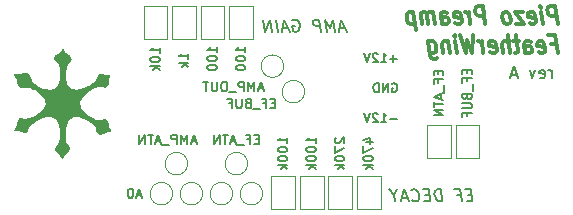
<source format=gbr>
%TF.GenerationSoftware,KiCad,Pcbnew,8.0.5*%
%TF.CreationDate,2024-09-24T12:34:27-04:00*%
%TF.ProjectId,afe-featherwing,6166652d-6665-4617-9468-657277696e67,rev?*%
%TF.SameCoordinates,Original*%
%TF.FileFunction,Legend,Bot*%
%TF.FilePolarity,Positive*%
%FSLAX46Y46*%
G04 Gerber Fmt 4.6, Leading zero omitted, Abs format (unit mm)*
G04 Created by KiCad (PCBNEW 8.0.5) date 2024-09-24 12:34:27*
%MOMM*%
%LPD*%
G01*
G04 APERTURE LIST*
%ADD10C,0.152400*%
%ADD11C,0.304800*%
%ADD12C,0.150000*%
%ADD13C,0.120000*%
%ADD14C,0.000000*%
G04 APERTURE END LIST*
D10*
X168111308Y-91007003D02*
X168182737Y-90971289D01*
X168182737Y-90971289D02*
X168289879Y-90971289D01*
X168289879Y-90971289D02*
X168397022Y-91007003D01*
X168397022Y-91007003D02*
X168468451Y-91078432D01*
X168468451Y-91078432D02*
X168504165Y-91149860D01*
X168504165Y-91149860D02*
X168539879Y-91292717D01*
X168539879Y-91292717D02*
X168539879Y-91399860D01*
X168539879Y-91399860D02*
X168504165Y-91542717D01*
X168504165Y-91542717D02*
X168468451Y-91614146D01*
X168468451Y-91614146D02*
X168397022Y-91685575D01*
X168397022Y-91685575D02*
X168289879Y-91721289D01*
X168289879Y-91721289D02*
X168218451Y-91721289D01*
X168218451Y-91721289D02*
X168111308Y-91685575D01*
X168111308Y-91685575D02*
X168075594Y-91649860D01*
X168075594Y-91649860D02*
X168075594Y-91399860D01*
X168075594Y-91399860D02*
X168218451Y-91399860D01*
X167754165Y-91721289D02*
X167754165Y-90971289D01*
X167754165Y-90971289D02*
X167325594Y-91721289D01*
X167325594Y-91721289D02*
X167325594Y-90971289D01*
X166968451Y-91721289D02*
X166968451Y-90971289D01*
X166968451Y-90971289D02*
X166789880Y-90971289D01*
X166789880Y-90971289D02*
X166682737Y-91007003D01*
X166682737Y-91007003D02*
X166611308Y-91078432D01*
X166611308Y-91078432D02*
X166575594Y-91149860D01*
X166575594Y-91149860D02*
X166539880Y-91292717D01*
X166539880Y-91292717D02*
X166539880Y-91399860D01*
X166539880Y-91399860D02*
X166575594Y-91542717D01*
X166575594Y-91542717D02*
X166611308Y-91614146D01*
X166611308Y-91614146D02*
X166682737Y-91685575D01*
X166682737Y-91685575D02*
X166789880Y-91721289D01*
X166789880Y-91721289D02*
X166968451Y-91721289D01*
X168504165Y-93975575D02*
X167932737Y-93975575D01*
X167182737Y-94261289D02*
X167611308Y-94261289D01*
X167397023Y-94261289D02*
X167397023Y-93511289D01*
X167397023Y-93511289D02*
X167468451Y-93618432D01*
X167468451Y-93618432D02*
X167539880Y-93689860D01*
X167539880Y-93689860D02*
X167611308Y-93725575D01*
X166897022Y-93582717D02*
X166861308Y-93547003D01*
X166861308Y-93547003D02*
X166789880Y-93511289D01*
X166789880Y-93511289D02*
X166611308Y-93511289D01*
X166611308Y-93511289D02*
X166539880Y-93547003D01*
X166539880Y-93547003D02*
X166504165Y-93582717D01*
X166504165Y-93582717D02*
X166468451Y-93654146D01*
X166468451Y-93654146D02*
X166468451Y-93725575D01*
X166468451Y-93725575D02*
X166504165Y-93832717D01*
X166504165Y-93832717D02*
X166932737Y-94261289D01*
X166932737Y-94261289D02*
X166468451Y-94261289D01*
X166254165Y-93511289D02*
X166004165Y-94261289D01*
X166004165Y-94261289D02*
X165754165Y-93511289D01*
X168504165Y-88895575D02*
X167932737Y-88895575D01*
X168218451Y-89181289D02*
X168218451Y-88609860D01*
X167182737Y-89181289D02*
X167611308Y-89181289D01*
X167397023Y-89181289D02*
X167397023Y-88431289D01*
X167397023Y-88431289D02*
X167468451Y-88538432D01*
X167468451Y-88538432D02*
X167539880Y-88609860D01*
X167539880Y-88609860D02*
X167611308Y-88645575D01*
X166897022Y-88502717D02*
X166861308Y-88467003D01*
X166861308Y-88467003D02*
X166789880Y-88431289D01*
X166789880Y-88431289D02*
X166611308Y-88431289D01*
X166611308Y-88431289D02*
X166539880Y-88467003D01*
X166539880Y-88467003D02*
X166504165Y-88502717D01*
X166504165Y-88502717D02*
X166468451Y-88574146D01*
X166468451Y-88574146D02*
X166468451Y-88645575D01*
X166468451Y-88645575D02*
X166504165Y-88752717D01*
X166504165Y-88752717D02*
X166932737Y-89181289D01*
X166932737Y-89181289D02*
X166468451Y-89181289D01*
X166254165Y-88431289D02*
X166004165Y-89181289D01*
X166004165Y-89181289D02*
X165754165Y-88431289D01*
X174857356Y-100427545D02*
X174518689Y-100427545D01*
X174440070Y-100959735D02*
X174923879Y-100959735D01*
X174923879Y-100959735D02*
X174796879Y-99943735D01*
X174796879Y-99943735D02*
X174313070Y-99943735D01*
X173599451Y-100427545D02*
X173938118Y-100427545D01*
X174004641Y-100959735D02*
X173877641Y-99943735D01*
X173877641Y-99943735D02*
X173393832Y-99943735D01*
X172359689Y-100959735D02*
X172232689Y-99943735D01*
X172232689Y-99943735D02*
X171990785Y-99943735D01*
X171990785Y-99943735D02*
X171851689Y-99992116D01*
X171851689Y-99992116D02*
X171767023Y-100088878D01*
X171767023Y-100088878D02*
X171730737Y-100185640D01*
X171730737Y-100185640D02*
X171706547Y-100379164D01*
X171706547Y-100379164D02*
X171724689Y-100524307D01*
X171724689Y-100524307D02*
X171797261Y-100717831D01*
X171797261Y-100717831D02*
X171857737Y-100814593D01*
X171857737Y-100814593D02*
X171966594Y-100911355D01*
X171966594Y-100911355D02*
X172117785Y-100959735D01*
X172117785Y-100959735D02*
X172359689Y-100959735D01*
X171277166Y-100427545D02*
X170938499Y-100427545D01*
X170859880Y-100959735D02*
X171343689Y-100959735D01*
X171343689Y-100959735D02*
X171216689Y-99943735D01*
X171216689Y-99943735D02*
X170732880Y-99943735D01*
X169831785Y-100862974D02*
X169886213Y-100911355D01*
X169886213Y-100911355D02*
X170037404Y-100959735D01*
X170037404Y-100959735D02*
X170134166Y-100959735D01*
X170134166Y-100959735D02*
X170273261Y-100911355D01*
X170273261Y-100911355D02*
X170357928Y-100814593D01*
X170357928Y-100814593D02*
X170394213Y-100717831D01*
X170394213Y-100717831D02*
X170418404Y-100524307D01*
X170418404Y-100524307D02*
X170400261Y-100379164D01*
X170400261Y-100379164D02*
X170327689Y-100185640D01*
X170327689Y-100185640D02*
X170267213Y-100088878D01*
X170267213Y-100088878D02*
X170158356Y-99992116D01*
X170158356Y-99992116D02*
X170007166Y-99943735D01*
X170007166Y-99943735D02*
X169910404Y-99943735D01*
X169910404Y-99943735D02*
X169771309Y-99992116D01*
X169771309Y-99992116D02*
X169728975Y-100040497D01*
X169420547Y-100669450D02*
X168936737Y-100669450D01*
X169553594Y-100959735D02*
X169087928Y-99943735D01*
X169087928Y-99943735D02*
X168876261Y-100959735D01*
X168283594Y-100475926D02*
X168344071Y-100959735D01*
X168555737Y-99943735D02*
X168283594Y-100475926D01*
X168283594Y-100475926D02*
X167878404Y-99943735D01*
X164140975Y-86318450D02*
X163657165Y-86318450D01*
X164274022Y-86608735D02*
X163808356Y-85592735D01*
X163808356Y-85592735D02*
X163596689Y-86608735D01*
X163258022Y-86608735D02*
X163131022Y-85592735D01*
X163131022Y-85592735D02*
X162883070Y-86318450D01*
X162883070Y-86318450D02*
X162453689Y-85592735D01*
X162453689Y-85592735D02*
X162580689Y-86608735D01*
X162096879Y-86608735D02*
X161969879Y-85592735D01*
X161969879Y-85592735D02*
X161582832Y-85592735D01*
X161582832Y-85592735D02*
X161492117Y-85641116D01*
X161492117Y-85641116D02*
X161449784Y-85689497D01*
X161449784Y-85689497D02*
X161413498Y-85786259D01*
X161413498Y-85786259D02*
X161431641Y-85931402D01*
X161431641Y-85931402D02*
X161492117Y-86028164D01*
X161492117Y-86028164D02*
X161546546Y-86076545D01*
X161546546Y-86076545D02*
X161649356Y-86124926D01*
X161649356Y-86124926D02*
X162036403Y-86124926D01*
X159653642Y-85641116D02*
X159744356Y-85592735D01*
X159744356Y-85592735D02*
X159889499Y-85592735D01*
X159889499Y-85592735D02*
X160040689Y-85641116D01*
X160040689Y-85641116D02*
X160149546Y-85737878D01*
X160149546Y-85737878D02*
X160210022Y-85834640D01*
X160210022Y-85834640D02*
X160282594Y-86028164D01*
X160282594Y-86028164D02*
X160300737Y-86173307D01*
X160300737Y-86173307D02*
X160276546Y-86366831D01*
X160276546Y-86366831D02*
X160240261Y-86463593D01*
X160240261Y-86463593D02*
X160155594Y-86560355D01*
X160155594Y-86560355D02*
X160016499Y-86608735D01*
X160016499Y-86608735D02*
X159919737Y-86608735D01*
X159919737Y-86608735D02*
X159768546Y-86560355D01*
X159768546Y-86560355D02*
X159714118Y-86511974D01*
X159714118Y-86511974D02*
X159671784Y-86173307D01*
X159671784Y-86173307D02*
X159865308Y-86173307D01*
X159302880Y-86318450D02*
X158819070Y-86318450D01*
X159435927Y-86608735D02*
X158970261Y-85592735D01*
X158970261Y-85592735D02*
X158758594Y-86608735D01*
X158419927Y-86608735D02*
X158292927Y-85592735D01*
X157936117Y-86608735D02*
X157809117Y-85592735D01*
X157809117Y-85592735D02*
X157355546Y-86608735D01*
X157355546Y-86608735D02*
X157228546Y-85592735D01*
X181648832Y-90545735D02*
X181648832Y-89868402D01*
X181648832Y-90061926D02*
X181600451Y-89965164D01*
X181600451Y-89965164D02*
X181552070Y-89916783D01*
X181552070Y-89916783D02*
X181455308Y-89868402D01*
X181455308Y-89868402D02*
X181358546Y-89868402D01*
X180632832Y-90497355D02*
X180729594Y-90545735D01*
X180729594Y-90545735D02*
X180923118Y-90545735D01*
X180923118Y-90545735D02*
X181019880Y-90497355D01*
X181019880Y-90497355D02*
X181068261Y-90400593D01*
X181068261Y-90400593D02*
X181068261Y-90013545D01*
X181068261Y-90013545D02*
X181019880Y-89916783D01*
X181019880Y-89916783D02*
X180923118Y-89868402D01*
X180923118Y-89868402D02*
X180729594Y-89868402D01*
X180729594Y-89868402D02*
X180632832Y-89916783D01*
X180632832Y-89916783D02*
X180584451Y-90013545D01*
X180584451Y-90013545D02*
X180584451Y-90110307D01*
X180584451Y-90110307D02*
X181068261Y-90207069D01*
X180245785Y-89868402D02*
X180003880Y-90545735D01*
X180003880Y-90545735D02*
X179761975Y-89868402D01*
X178649214Y-90255450D02*
X178165404Y-90255450D01*
X178745976Y-90545735D02*
X178407309Y-89529735D01*
X178407309Y-89529735D02*
X178068642Y-90545735D01*
D11*
X182132164Y-85990086D02*
X181941664Y-84466086D01*
X181941664Y-84466086D02*
X181457854Y-84466086D01*
X181457854Y-84466086D02*
X181345974Y-84538657D01*
X181345974Y-84538657D02*
X181294569Y-84611229D01*
X181294569Y-84611229D02*
X181252235Y-84756372D01*
X181252235Y-84756372D02*
X181279450Y-84974086D01*
X181279450Y-84974086D02*
X181358069Y-85119229D01*
X181358069Y-85119229D02*
X181427616Y-85191800D01*
X181427616Y-85191800D02*
X181557640Y-85264372D01*
X181557640Y-85264372D02*
X182041450Y-85264372D01*
X180862164Y-85990086D02*
X180735164Y-84974086D01*
X180671664Y-84466086D02*
X180741212Y-84538657D01*
X180741212Y-84538657D02*
X180689807Y-84611229D01*
X180689807Y-84611229D02*
X180620259Y-84538657D01*
X180620259Y-84538657D02*
X180671664Y-84466086D01*
X180671664Y-84466086D02*
X180689807Y-84611229D01*
X179764521Y-85917515D02*
X179894545Y-85990086D01*
X179894545Y-85990086D02*
X180136450Y-85990086D01*
X180136450Y-85990086D02*
X180248331Y-85917515D01*
X180248331Y-85917515D02*
X180290664Y-85772372D01*
X180290664Y-85772372D02*
X180218092Y-85191800D01*
X180218092Y-85191800D02*
X180139473Y-85046657D01*
X180139473Y-85046657D02*
X180009450Y-84974086D01*
X180009450Y-84974086D02*
X179767545Y-84974086D01*
X179767545Y-84974086D02*
X179655664Y-85046657D01*
X179655664Y-85046657D02*
X179613331Y-85191800D01*
X179613331Y-85191800D02*
X179631473Y-85336943D01*
X179631473Y-85336943D02*
X180254378Y-85482086D01*
X179162783Y-84974086D02*
X178497545Y-84974086D01*
X178497545Y-84974086D02*
X179289783Y-85990086D01*
X179289783Y-85990086D02*
X178624545Y-85990086D01*
X177959307Y-85990086D02*
X178071188Y-85917515D01*
X178071188Y-85917515D02*
X178122593Y-85844943D01*
X178122593Y-85844943D02*
X178164926Y-85699800D01*
X178164926Y-85699800D02*
X178110498Y-85264372D01*
X178110498Y-85264372D02*
X178031879Y-85119229D01*
X178031879Y-85119229D02*
X177962331Y-85046657D01*
X177962331Y-85046657D02*
X177832307Y-84974086D01*
X177832307Y-84974086D02*
X177650879Y-84974086D01*
X177650879Y-84974086D02*
X177538998Y-85046657D01*
X177538998Y-85046657D02*
X177487593Y-85119229D01*
X177487593Y-85119229D02*
X177445260Y-85264372D01*
X177445260Y-85264372D02*
X177499688Y-85699800D01*
X177499688Y-85699800D02*
X177578307Y-85844943D01*
X177578307Y-85844943D02*
X177647855Y-85917515D01*
X177647855Y-85917515D02*
X177777879Y-85990086D01*
X177777879Y-85990086D02*
X177959307Y-85990086D01*
X176024069Y-85990086D02*
X175833569Y-84466086D01*
X175833569Y-84466086D02*
X175349759Y-84466086D01*
X175349759Y-84466086D02*
X175237879Y-84538657D01*
X175237879Y-84538657D02*
X175186474Y-84611229D01*
X175186474Y-84611229D02*
X175144140Y-84756372D01*
X175144140Y-84756372D02*
X175171355Y-84974086D01*
X175171355Y-84974086D02*
X175249974Y-85119229D01*
X175249974Y-85119229D02*
X175319521Y-85191800D01*
X175319521Y-85191800D02*
X175449545Y-85264372D01*
X175449545Y-85264372D02*
X175933355Y-85264372D01*
X174754069Y-85990086D02*
X174627069Y-84974086D01*
X174663355Y-85264372D02*
X174584736Y-85119229D01*
X174584736Y-85119229D02*
X174515188Y-85046657D01*
X174515188Y-85046657D02*
X174385164Y-84974086D01*
X174385164Y-84974086D02*
X174264212Y-84974086D01*
X173474998Y-85917515D02*
X173605022Y-85990086D01*
X173605022Y-85990086D02*
X173846927Y-85990086D01*
X173846927Y-85990086D02*
X173958808Y-85917515D01*
X173958808Y-85917515D02*
X174001141Y-85772372D01*
X174001141Y-85772372D02*
X173928569Y-85191800D01*
X173928569Y-85191800D02*
X173849950Y-85046657D01*
X173849950Y-85046657D02*
X173719927Y-84974086D01*
X173719927Y-84974086D02*
X173478022Y-84974086D01*
X173478022Y-84974086D02*
X173366141Y-85046657D01*
X173366141Y-85046657D02*
X173323808Y-85191800D01*
X173323808Y-85191800D02*
X173341950Y-85336943D01*
X173341950Y-85336943D02*
X173964855Y-85482086D01*
X172335022Y-85990086D02*
X172235237Y-85191800D01*
X172235237Y-85191800D02*
X172277570Y-85046657D01*
X172277570Y-85046657D02*
X172389451Y-84974086D01*
X172389451Y-84974086D02*
X172631356Y-84974086D01*
X172631356Y-84974086D02*
X172761379Y-85046657D01*
X172325951Y-85917515D02*
X172455975Y-85990086D01*
X172455975Y-85990086D02*
X172758356Y-85990086D01*
X172758356Y-85990086D02*
X172870237Y-85917515D01*
X172870237Y-85917515D02*
X172912570Y-85772372D01*
X172912570Y-85772372D02*
X172894427Y-85627229D01*
X172894427Y-85627229D02*
X172815808Y-85482086D01*
X172815808Y-85482086D02*
X172685784Y-85409515D01*
X172685784Y-85409515D02*
X172383403Y-85409515D01*
X172383403Y-85409515D02*
X172253379Y-85336943D01*
X171730260Y-85990086D02*
X171603260Y-84974086D01*
X171621403Y-85119229D02*
X171551855Y-85046657D01*
X171551855Y-85046657D02*
X171421831Y-84974086D01*
X171421831Y-84974086D02*
X171240403Y-84974086D01*
X171240403Y-84974086D02*
X171128522Y-85046657D01*
X171128522Y-85046657D02*
X171086189Y-85191800D01*
X171086189Y-85191800D02*
X171185974Y-85990086D01*
X171086189Y-85191800D02*
X171007570Y-85046657D01*
X171007570Y-85046657D02*
X170877546Y-84974086D01*
X170877546Y-84974086D02*
X170696117Y-84974086D01*
X170696117Y-84974086D02*
X170584236Y-85046657D01*
X170584236Y-85046657D02*
X170541903Y-85191800D01*
X170541903Y-85191800D02*
X170641689Y-85990086D01*
X169909927Y-84974086D02*
X170100427Y-86498086D01*
X169918998Y-85046657D02*
X169788975Y-84974086D01*
X169788975Y-84974086D02*
X169547070Y-84974086D01*
X169547070Y-84974086D02*
X169435189Y-85046657D01*
X169435189Y-85046657D02*
X169383784Y-85119229D01*
X169383784Y-85119229D02*
X169341451Y-85264372D01*
X169341451Y-85264372D02*
X169395879Y-85699800D01*
X169395879Y-85699800D02*
X169474498Y-85844943D01*
X169474498Y-85844943D02*
X169544046Y-85917515D01*
X169544046Y-85917515D02*
X169674070Y-85990086D01*
X169674070Y-85990086D02*
X169915975Y-85990086D01*
X169915975Y-85990086D02*
X170027856Y-85917515D01*
X181609045Y-87645355D02*
X182032378Y-87645355D01*
X182132164Y-88443641D02*
X181941664Y-86919641D01*
X181941664Y-86919641D02*
X181336902Y-86919641D01*
X180550712Y-88371070D02*
X180680736Y-88443641D01*
X180680736Y-88443641D02*
X180922641Y-88443641D01*
X180922641Y-88443641D02*
X181034522Y-88371070D01*
X181034522Y-88371070D02*
X181076855Y-88225927D01*
X181076855Y-88225927D02*
X181004283Y-87645355D01*
X181004283Y-87645355D02*
X180925664Y-87500212D01*
X180925664Y-87500212D02*
X180795641Y-87427641D01*
X180795641Y-87427641D02*
X180553736Y-87427641D01*
X180553736Y-87427641D02*
X180441855Y-87500212D01*
X180441855Y-87500212D02*
X180399522Y-87645355D01*
X180399522Y-87645355D02*
X180417664Y-87790498D01*
X180417664Y-87790498D02*
X181040569Y-87935641D01*
X179410736Y-88443641D02*
X179310951Y-87645355D01*
X179310951Y-87645355D02*
X179353284Y-87500212D01*
X179353284Y-87500212D02*
X179465165Y-87427641D01*
X179465165Y-87427641D02*
X179707070Y-87427641D01*
X179707070Y-87427641D02*
X179837093Y-87500212D01*
X179401665Y-88371070D02*
X179531689Y-88443641D01*
X179531689Y-88443641D02*
X179834070Y-88443641D01*
X179834070Y-88443641D02*
X179945951Y-88371070D01*
X179945951Y-88371070D02*
X179988284Y-88225927D01*
X179988284Y-88225927D02*
X179970141Y-88080784D01*
X179970141Y-88080784D02*
X179891522Y-87935641D01*
X179891522Y-87935641D02*
X179761498Y-87863070D01*
X179761498Y-87863070D02*
X179459117Y-87863070D01*
X179459117Y-87863070D02*
X179329093Y-87790498D01*
X178860403Y-87427641D02*
X178376593Y-87427641D01*
X178615474Y-86919641D02*
X178778760Y-88225927D01*
X178778760Y-88225927D02*
X178736426Y-88371070D01*
X178736426Y-88371070D02*
X178624545Y-88443641D01*
X178624545Y-88443641D02*
X178503593Y-88443641D01*
X178080260Y-88443641D02*
X177889760Y-86919641D01*
X177535974Y-88443641D02*
X177436189Y-87645355D01*
X177436189Y-87645355D02*
X177478522Y-87500212D01*
X177478522Y-87500212D02*
X177590403Y-87427641D01*
X177590403Y-87427641D02*
X177771831Y-87427641D01*
X177771831Y-87427641D02*
X177901855Y-87500212D01*
X177901855Y-87500212D02*
X177971403Y-87572784D01*
X176438331Y-88371070D02*
X176568355Y-88443641D01*
X176568355Y-88443641D02*
X176810260Y-88443641D01*
X176810260Y-88443641D02*
X176922141Y-88371070D01*
X176922141Y-88371070D02*
X176964474Y-88225927D01*
X176964474Y-88225927D02*
X176891902Y-87645355D01*
X176891902Y-87645355D02*
X176813283Y-87500212D01*
X176813283Y-87500212D02*
X176683260Y-87427641D01*
X176683260Y-87427641D02*
X176441355Y-87427641D01*
X176441355Y-87427641D02*
X176329474Y-87500212D01*
X176329474Y-87500212D02*
X176287141Y-87645355D01*
X176287141Y-87645355D02*
X176305283Y-87790498D01*
X176305283Y-87790498D02*
X176928188Y-87935641D01*
X175842641Y-88443641D02*
X175715641Y-87427641D01*
X175751927Y-87717927D02*
X175673308Y-87572784D01*
X175673308Y-87572784D02*
X175603760Y-87500212D01*
X175603760Y-87500212D02*
X175473736Y-87427641D01*
X175473736Y-87427641D02*
X175352784Y-87427641D01*
X174986903Y-86919641D02*
X174875022Y-88443641D01*
X174875022Y-88443641D02*
X174497046Y-87355070D01*
X174497046Y-87355070D02*
X174391213Y-88443641D01*
X174391213Y-88443641D02*
X173898332Y-86919641D01*
X173605022Y-88443641D02*
X173478022Y-87427641D01*
X173414522Y-86919641D02*
X173484070Y-86992212D01*
X173484070Y-86992212D02*
X173432665Y-87064784D01*
X173432665Y-87064784D02*
X173363117Y-86992212D01*
X173363117Y-86992212D02*
X173414522Y-86919641D01*
X173414522Y-86919641D02*
X173432665Y-87064784D01*
X172873260Y-87427641D02*
X173000260Y-88443641D01*
X172891403Y-87572784D02*
X172821855Y-87500212D01*
X172821855Y-87500212D02*
X172691831Y-87427641D01*
X172691831Y-87427641D02*
X172510403Y-87427641D01*
X172510403Y-87427641D02*
X172398522Y-87500212D01*
X172398522Y-87500212D02*
X172356189Y-87645355D01*
X172356189Y-87645355D02*
X172455974Y-88443641D01*
X171179926Y-87427641D02*
X171334141Y-88661355D01*
X171334141Y-88661355D02*
X171412760Y-88806498D01*
X171412760Y-88806498D02*
X171482307Y-88879070D01*
X171482307Y-88879070D02*
X171612331Y-88951641D01*
X171612331Y-88951641D02*
X171793760Y-88951641D01*
X171793760Y-88951641D02*
X171905641Y-88879070D01*
X171297855Y-88371070D02*
X171427879Y-88443641D01*
X171427879Y-88443641D02*
X171669783Y-88443641D01*
X171669783Y-88443641D02*
X171781664Y-88371070D01*
X171781664Y-88371070D02*
X171833069Y-88298498D01*
X171833069Y-88298498D02*
X171875402Y-88153355D01*
X171875402Y-88153355D02*
X171820974Y-87717927D01*
X171820974Y-87717927D02*
X171742355Y-87572784D01*
X171742355Y-87572784D02*
X171672807Y-87500212D01*
X171672807Y-87500212D02*
X171542783Y-87427641D01*
X171542783Y-87427641D02*
X171300879Y-87427641D01*
X171300879Y-87427641D02*
X171188998Y-87500212D01*
D12*
X159239295Y-96043856D02*
X159239295Y-95586713D01*
X159239295Y-95815285D02*
X158439295Y-95815285D01*
X158439295Y-95815285D02*
X158553580Y-95739094D01*
X158553580Y-95739094D02*
X158629771Y-95662904D01*
X158629771Y-95662904D02*
X158667866Y-95586713D01*
X158439295Y-96539095D02*
X158439295Y-96615285D01*
X158439295Y-96615285D02*
X158477390Y-96691476D01*
X158477390Y-96691476D02*
X158515485Y-96729571D01*
X158515485Y-96729571D02*
X158591676Y-96767666D01*
X158591676Y-96767666D02*
X158744057Y-96805761D01*
X158744057Y-96805761D02*
X158934533Y-96805761D01*
X158934533Y-96805761D02*
X159086914Y-96767666D01*
X159086914Y-96767666D02*
X159163104Y-96729571D01*
X159163104Y-96729571D02*
X159201200Y-96691476D01*
X159201200Y-96691476D02*
X159239295Y-96615285D01*
X159239295Y-96615285D02*
X159239295Y-96539095D01*
X159239295Y-96539095D02*
X159201200Y-96462904D01*
X159201200Y-96462904D02*
X159163104Y-96424809D01*
X159163104Y-96424809D02*
X159086914Y-96386714D01*
X159086914Y-96386714D02*
X158934533Y-96348618D01*
X158934533Y-96348618D02*
X158744057Y-96348618D01*
X158744057Y-96348618D02*
X158591676Y-96386714D01*
X158591676Y-96386714D02*
X158515485Y-96424809D01*
X158515485Y-96424809D02*
X158477390Y-96462904D01*
X158477390Y-96462904D02*
X158439295Y-96539095D01*
X158439295Y-97301000D02*
X158439295Y-97377190D01*
X158439295Y-97377190D02*
X158477390Y-97453381D01*
X158477390Y-97453381D02*
X158515485Y-97491476D01*
X158515485Y-97491476D02*
X158591676Y-97529571D01*
X158591676Y-97529571D02*
X158744057Y-97567666D01*
X158744057Y-97567666D02*
X158934533Y-97567666D01*
X158934533Y-97567666D02*
X159086914Y-97529571D01*
X159086914Y-97529571D02*
X159163104Y-97491476D01*
X159163104Y-97491476D02*
X159201200Y-97453381D01*
X159201200Y-97453381D02*
X159239295Y-97377190D01*
X159239295Y-97377190D02*
X159239295Y-97301000D01*
X159239295Y-97301000D02*
X159201200Y-97224809D01*
X159201200Y-97224809D02*
X159163104Y-97186714D01*
X159163104Y-97186714D02*
X159086914Y-97148619D01*
X159086914Y-97148619D02*
X158934533Y-97110523D01*
X158934533Y-97110523D02*
X158744057Y-97110523D01*
X158744057Y-97110523D02*
X158591676Y-97148619D01*
X158591676Y-97148619D02*
X158515485Y-97186714D01*
X158515485Y-97186714D02*
X158477390Y-97224809D01*
X158477390Y-97224809D02*
X158439295Y-97301000D01*
X159239295Y-97910524D02*
X158439295Y-97910524D01*
X158934533Y-97986714D02*
X159239295Y-98215286D01*
X158705961Y-98215286D02*
X159010723Y-97910524D01*
X161652295Y-96043856D02*
X161652295Y-95586713D01*
X161652295Y-95815285D02*
X160852295Y-95815285D01*
X160852295Y-95815285D02*
X160966580Y-95739094D01*
X160966580Y-95739094D02*
X161042771Y-95662904D01*
X161042771Y-95662904D02*
X161080866Y-95586713D01*
X160852295Y-96539095D02*
X160852295Y-96615285D01*
X160852295Y-96615285D02*
X160890390Y-96691476D01*
X160890390Y-96691476D02*
X160928485Y-96729571D01*
X160928485Y-96729571D02*
X161004676Y-96767666D01*
X161004676Y-96767666D02*
X161157057Y-96805761D01*
X161157057Y-96805761D02*
X161347533Y-96805761D01*
X161347533Y-96805761D02*
X161499914Y-96767666D01*
X161499914Y-96767666D02*
X161576104Y-96729571D01*
X161576104Y-96729571D02*
X161614200Y-96691476D01*
X161614200Y-96691476D02*
X161652295Y-96615285D01*
X161652295Y-96615285D02*
X161652295Y-96539095D01*
X161652295Y-96539095D02*
X161614200Y-96462904D01*
X161614200Y-96462904D02*
X161576104Y-96424809D01*
X161576104Y-96424809D02*
X161499914Y-96386714D01*
X161499914Y-96386714D02*
X161347533Y-96348618D01*
X161347533Y-96348618D02*
X161157057Y-96348618D01*
X161157057Y-96348618D02*
X161004676Y-96386714D01*
X161004676Y-96386714D02*
X160928485Y-96424809D01*
X160928485Y-96424809D02*
X160890390Y-96462904D01*
X160890390Y-96462904D02*
X160852295Y-96539095D01*
X160852295Y-97301000D02*
X160852295Y-97377190D01*
X160852295Y-97377190D02*
X160890390Y-97453381D01*
X160890390Y-97453381D02*
X160928485Y-97491476D01*
X160928485Y-97491476D02*
X161004676Y-97529571D01*
X161004676Y-97529571D02*
X161157057Y-97567666D01*
X161157057Y-97567666D02*
X161347533Y-97567666D01*
X161347533Y-97567666D02*
X161499914Y-97529571D01*
X161499914Y-97529571D02*
X161576104Y-97491476D01*
X161576104Y-97491476D02*
X161614200Y-97453381D01*
X161614200Y-97453381D02*
X161652295Y-97377190D01*
X161652295Y-97377190D02*
X161652295Y-97301000D01*
X161652295Y-97301000D02*
X161614200Y-97224809D01*
X161614200Y-97224809D02*
X161576104Y-97186714D01*
X161576104Y-97186714D02*
X161499914Y-97148619D01*
X161499914Y-97148619D02*
X161347533Y-97110523D01*
X161347533Y-97110523D02*
X161157057Y-97110523D01*
X161157057Y-97110523D02*
X161004676Y-97148619D01*
X161004676Y-97148619D02*
X160928485Y-97186714D01*
X160928485Y-97186714D02*
X160890390Y-97224809D01*
X160890390Y-97224809D02*
X160852295Y-97301000D01*
X161652295Y-97910524D02*
X160852295Y-97910524D01*
X161347533Y-97986714D02*
X161652295Y-98215286D01*
X161118961Y-98215286D02*
X161423723Y-97910524D01*
X156825713Y-95701247D02*
X156559047Y-95701247D01*
X156444761Y-96120295D02*
X156825713Y-96120295D01*
X156825713Y-96120295D02*
X156825713Y-95320295D01*
X156825713Y-95320295D02*
X156444761Y-95320295D01*
X155835237Y-95701247D02*
X156101903Y-95701247D01*
X156101903Y-96120295D02*
X156101903Y-95320295D01*
X156101903Y-95320295D02*
X155720951Y-95320295D01*
X155606666Y-96196485D02*
X154997142Y-96196485D01*
X154844761Y-95891723D02*
X154463808Y-95891723D01*
X154920951Y-96120295D02*
X154654284Y-95320295D01*
X154654284Y-95320295D02*
X154387618Y-96120295D01*
X154235237Y-95320295D02*
X153778094Y-95320295D01*
X154006666Y-96120295D02*
X154006666Y-95320295D01*
X153511427Y-96120295D02*
X153511427Y-95320295D01*
X153511427Y-95320295D02*
X153054284Y-96120295D01*
X153054284Y-96120295D02*
X153054284Y-95320295D01*
X158190951Y-92653247D02*
X157924285Y-92653247D01*
X157809999Y-93072295D02*
X158190951Y-93072295D01*
X158190951Y-93072295D02*
X158190951Y-92272295D01*
X158190951Y-92272295D02*
X157809999Y-92272295D01*
X157200475Y-92653247D02*
X157467141Y-92653247D01*
X157467141Y-93072295D02*
X157467141Y-92272295D01*
X157467141Y-92272295D02*
X157086189Y-92272295D01*
X156971904Y-93148485D02*
X156362380Y-93148485D01*
X155905237Y-92653247D02*
X155790951Y-92691342D01*
X155790951Y-92691342D02*
X155752856Y-92729438D01*
X155752856Y-92729438D02*
X155714760Y-92805628D01*
X155714760Y-92805628D02*
X155714760Y-92919914D01*
X155714760Y-92919914D02*
X155752856Y-92996104D01*
X155752856Y-92996104D02*
X155790951Y-93034200D01*
X155790951Y-93034200D02*
X155867141Y-93072295D01*
X155867141Y-93072295D02*
X156171903Y-93072295D01*
X156171903Y-93072295D02*
X156171903Y-92272295D01*
X156171903Y-92272295D02*
X155905237Y-92272295D01*
X155905237Y-92272295D02*
X155829046Y-92310390D01*
X155829046Y-92310390D02*
X155790951Y-92348485D01*
X155790951Y-92348485D02*
X155752856Y-92424676D01*
X155752856Y-92424676D02*
X155752856Y-92500866D01*
X155752856Y-92500866D02*
X155790951Y-92577057D01*
X155790951Y-92577057D02*
X155829046Y-92615152D01*
X155829046Y-92615152D02*
X155905237Y-92653247D01*
X155905237Y-92653247D02*
X156171903Y-92653247D01*
X155371903Y-92272295D02*
X155371903Y-92919914D01*
X155371903Y-92919914D02*
X155333808Y-92996104D01*
X155333808Y-92996104D02*
X155295713Y-93034200D01*
X155295713Y-93034200D02*
X155219522Y-93072295D01*
X155219522Y-93072295D02*
X155067141Y-93072295D01*
X155067141Y-93072295D02*
X154990951Y-93034200D01*
X154990951Y-93034200D02*
X154952856Y-92996104D01*
X154952856Y-92996104D02*
X154914760Y-92919914D01*
X154914760Y-92919914D02*
X154914760Y-92272295D01*
X154267142Y-92653247D02*
X154533808Y-92653247D01*
X154533808Y-93072295D02*
X154533808Y-92272295D01*
X154533808Y-92272295D02*
X154152856Y-92272295D01*
X157181238Y-91418723D02*
X156800285Y-91418723D01*
X157257428Y-91647295D02*
X156990761Y-90847295D01*
X156990761Y-90847295D02*
X156724095Y-91647295D01*
X156457428Y-91647295D02*
X156457428Y-90847295D01*
X156457428Y-90847295D02*
X156190762Y-91418723D01*
X156190762Y-91418723D02*
X155924095Y-90847295D01*
X155924095Y-90847295D02*
X155924095Y-91647295D01*
X155543142Y-91647295D02*
X155543142Y-90847295D01*
X155543142Y-90847295D02*
X155238380Y-90847295D01*
X155238380Y-90847295D02*
X155162190Y-90885390D01*
X155162190Y-90885390D02*
X155124095Y-90923485D01*
X155124095Y-90923485D02*
X155085999Y-90999676D01*
X155085999Y-90999676D02*
X155085999Y-91113961D01*
X155085999Y-91113961D02*
X155124095Y-91190152D01*
X155124095Y-91190152D02*
X155162190Y-91228247D01*
X155162190Y-91228247D02*
X155238380Y-91266342D01*
X155238380Y-91266342D02*
X155543142Y-91266342D01*
X154933619Y-91723485D02*
X154324095Y-91723485D01*
X153981237Y-90847295D02*
X153828856Y-90847295D01*
X153828856Y-90847295D02*
X153752666Y-90885390D01*
X153752666Y-90885390D02*
X153676475Y-90961580D01*
X153676475Y-90961580D02*
X153638380Y-91113961D01*
X153638380Y-91113961D02*
X153638380Y-91380628D01*
X153638380Y-91380628D02*
X153676475Y-91533009D01*
X153676475Y-91533009D02*
X153752666Y-91609200D01*
X153752666Y-91609200D02*
X153828856Y-91647295D01*
X153828856Y-91647295D02*
X153981237Y-91647295D01*
X153981237Y-91647295D02*
X154057428Y-91609200D01*
X154057428Y-91609200D02*
X154133618Y-91533009D01*
X154133618Y-91533009D02*
X154171714Y-91380628D01*
X154171714Y-91380628D02*
X154171714Y-91113961D01*
X154171714Y-91113961D02*
X154133618Y-90961580D01*
X154133618Y-90961580D02*
X154057428Y-90885390D01*
X154057428Y-90885390D02*
X153981237Y-90847295D01*
X153295523Y-90847295D02*
X153295523Y-91494914D01*
X153295523Y-91494914D02*
X153257428Y-91571104D01*
X153257428Y-91571104D02*
X153219333Y-91609200D01*
X153219333Y-91609200D02*
X153143142Y-91647295D01*
X153143142Y-91647295D02*
X152990761Y-91647295D01*
X152990761Y-91647295D02*
X152914571Y-91609200D01*
X152914571Y-91609200D02*
X152876476Y-91571104D01*
X152876476Y-91571104D02*
X152838380Y-91494914D01*
X152838380Y-91494914D02*
X152838380Y-90847295D01*
X152571714Y-90847295D02*
X152114571Y-90847295D01*
X152343143Y-91647295D02*
X152343143Y-90847295D01*
X146875428Y-100463723D02*
X146494475Y-100463723D01*
X146951618Y-100692295D02*
X146684951Y-99892295D01*
X146684951Y-99892295D02*
X146418285Y-100692295D01*
X145999237Y-99892295D02*
X145923047Y-99892295D01*
X145923047Y-99892295D02*
X145846856Y-99930390D01*
X145846856Y-99930390D02*
X145808761Y-99968485D01*
X145808761Y-99968485D02*
X145770666Y-100044676D01*
X145770666Y-100044676D02*
X145732571Y-100197057D01*
X145732571Y-100197057D02*
X145732571Y-100387533D01*
X145732571Y-100387533D02*
X145770666Y-100539914D01*
X145770666Y-100539914D02*
X145808761Y-100616104D01*
X145808761Y-100616104D02*
X145846856Y-100654200D01*
X145846856Y-100654200D02*
X145923047Y-100692295D01*
X145923047Y-100692295D02*
X145999237Y-100692295D01*
X145999237Y-100692295D02*
X146075428Y-100654200D01*
X146075428Y-100654200D02*
X146113523Y-100616104D01*
X146113523Y-100616104D02*
X146151618Y-100539914D01*
X146151618Y-100539914D02*
X146189714Y-100387533D01*
X146189714Y-100387533D02*
X146189714Y-100197057D01*
X146189714Y-100197057D02*
X146151618Y-100044676D01*
X146151618Y-100044676D02*
X146113523Y-99968485D01*
X146113523Y-99968485D02*
X146075428Y-99930390D01*
X146075428Y-99930390D02*
X145999237Y-99892295D01*
X151517047Y-95891723D02*
X151136094Y-95891723D01*
X151593237Y-96120295D02*
X151326570Y-95320295D01*
X151326570Y-95320295D02*
X151059904Y-96120295D01*
X150793237Y-96120295D02*
X150793237Y-95320295D01*
X150793237Y-95320295D02*
X150526571Y-95891723D01*
X150526571Y-95891723D02*
X150259904Y-95320295D01*
X150259904Y-95320295D02*
X150259904Y-96120295D01*
X149878951Y-96120295D02*
X149878951Y-95320295D01*
X149878951Y-95320295D02*
X149574189Y-95320295D01*
X149574189Y-95320295D02*
X149497999Y-95358390D01*
X149497999Y-95358390D02*
X149459904Y-95396485D01*
X149459904Y-95396485D02*
X149421808Y-95472676D01*
X149421808Y-95472676D02*
X149421808Y-95586961D01*
X149421808Y-95586961D02*
X149459904Y-95663152D01*
X149459904Y-95663152D02*
X149497999Y-95701247D01*
X149497999Y-95701247D02*
X149574189Y-95739342D01*
X149574189Y-95739342D02*
X149878951Y-95739342D01*
X149269428Y-96196485D02*
X148659904Y-96196485D01*
X148507523Y-95891723D02*
X148126570Y-95891723D01*
X148583713Y-96120295D02*
X148317046Y-95320295D01*
X148317046Y-95320295D02*
X148050380Y-96120295D01*
X147897999Y-95320295D02*
X147440856Y-95320295D01*
X147669428Y-96120295D02*
X147669428Y-95320295D01*
X147174189Y-96120295D02*
X147174189Y-95320295D01*
X147174189Y-95320295D02*
X146717046Y-96120295D01*
X146717046Y-96120295D02*
X146717046Y-95320295D01*
X172028247Y-89935286D02*
X172028247Y-90201952D01*
X172447295Y-90316238D02*
X172447295Y-89935286D01*
X172447295Y-89935286D02*
X171647295Y-89935286D01*
X171647295Y-89935286D02*
X171647295Y-90316238D01*
X172028247Y-90925762D02*
X172028247Y-90659096D01*
X172447295Y-90659096D02*
X171647295Y-90659096D01*
X171647295Y-90659096D02*
X171647295Y-91040048D01*
X172523485Y-91154334D02*
X172523485Y-91763857D01*
X172218723Y-91916238D02*
X172218723Y-92297191D01*
X172447295Y-91840048D02*
X171647295Y-92106715D01*
X171647295Y-92106715D02*
X172447295Y-92373381D01*
X171647295Y-92525762D02*
X171647295Y-92982905D01*
X172447295Y-92754333D02*
X171647295Y-92754333D01*
X172447295Y-93249572D02*
X171647295Y-93249572D01*
X171647295Y-93249572D02*
X172447295Y-93706715D01*
X172447295Y-93706715D02*
X171647295Y-93706715D01*
X155683295Y-88366666D02*
X155683295Y-87909523D01*
X155683295Y-88138095D02*
X154883295Y-88138095D01*
X154883295Y-88138095D02*
X154997580Y-88061904D01*
X154997580Y-88061904D02*
X155073771Y-87985714D01*
X155073771Y-87985714D02*
X155111866Y-87909523D01*
X154883295Y-88861905D02*
X154883295Y-88938095D01*
X154883295Y-88938095D02*
X154921390Y-89014286D01*
X154921390Y-89014286D02*
X154959485Y-89052381D01*
X154959485Y-89052381D02*
X155035676Y-89090476D01*
X155035676Y-89090476D02*
X155188057Y-89128571D01*
X155188057Y-89128571D02*
X155378533Y-89128571D01*
X155378533Y-89128571D02*
X155530914Y-89090476D01*
X155530914Y-89090476D02*
X155607104Y-89052381D01*
X155607104Y-89052381D02*
X155645200Y-89014286D01*
X155645200Y-89014286D02*
X155683295Y-88938095D01*
X155683295Y-88938095D02*
X155683295Y-88861905D01*
X155683295Y-88861905D02*
X155645200Y-88785714D01*
X155645200Y-88785714D02*
X155607104Y-88747619D01*
X155607104Y-88747619D02*
X155530914Y-88709524D01*
X155530914Y-88709524D02*
X155378533Y-88671428D01*
X155378533Y-88671428D02*
X155188057Y-88671428D01*
X155188057Y-88671428D02*
X155035676Y-88709524D01*
X155035676Y-88709524D02*
X154959485Y-88747619D01*
X154959485Y-88747619D02*
X154921390Y-88785714D01*
X154921390Y-88785714D02*
X154883295Y-88861905D01*
X154883295Y-89623810D02*
X154883295Y-89700000D01*
X154883295Y-89700000D02*
X154921390Y-89776191D01*
X154921390Y-89776191D02*
X154959485Y-89814286D01*
X154959485Y-89814286D02*
X155035676Y-89852381D01*
X155035676Y-89852381D02*
X155188057Y-89890476D01*
X155188057Y-89890476D02*
X155378533Y-89890476D01*
X155378533Y-89890476D02*
X155530914Y-89852381D01*
X155530914Y-89852381D02*
X155607104Y-89814286D01*
X155607104Y-89814286D02*
X155645200Y-89776191D01*
X155645200Y-89776191D02*
X155683295Y-89700000D01*
X155683295Y-89700000D02*
X155683295Y-89623810D01*
X155683295Y-89623810D02*
X155645200Y-89547619D01*
X155645200Y-89547619D02*
X155607104Y-89509524D01*
X155607104Y-89509524D02*
X155530914Y-89471429D01*
X155530914Y-89471429D02*
X155378533Y-89433333D01*
X155378533Y-89433333D02*
X155188057Y-89433333D01*
X155188057Y-89433333D02*
X155035676Y-89471429D01*
X155035676Y-89471429D02*
X154959485Y-89509524D01*
X154959485Y-89509524D02*
X154921390Y-89547619D01*
X154921390Y-89547619D02*
X154883295Y-89623810D01*
X174441247Y-89840048D02*
X174441247Y-90106714D01*
X174860295Y-90221000D02*
X174860295Y-89840048D01*
X174860295Y-89840048D02*
X174060295Y-89840048D01*
X174060295Y-89840048D02*
X174060295Y-90221000D01*
X174441247Y-90830524D02*
X174441247Y-90563858D01*
X174860295Y-90563858D02*
X174060295Y-90563858D01*
X174060295Y-90563858D02*
X174060295Y-90944810D01*
X174936485Y-91059096D02*
X174936485Y-91668619D01*
X174441247Y-92125762D02*
X174479342Y-92240048D01*
X174479342Y-92240048D02*
X174517438Y-92278143D01*
X174517438Y-92278143D02*
X174593628Y-92316239D01*
X174593628Y-92316239D02*
X174707914Y-92316239D01*
X174707914Y-92316239D02*
X174784104Y-92278143D01*
X174784104Y-92278143D02*
X174822200Y-92240048D01*
X174822200Y-92240048D02*
X174860295Y-92163858D01*
X174860295Y-92163858D02*
X174860295Y-91859096D01*
X174860295Y-91859096D02*
X174060295Y-91859096D01*
X174060295Y-91859096D02*
X174060295Y-92125762D01*
X174060295Y-92125762D02*
X174098390Y-92201953D01*
X174098390Y-92201953D02*
X174136485Y-92240048D01*
X174136485Y-92240048D02*
X174212676Y-92278143D01*
X174212676Y-92278143D02*
X174288866Y-92278143D01*
X174288866Y-92278143D02*
X174365057Y-92240048D01*
X174365057Y-92240048D02*
X174403152Y-92201953D01*
X174403152Y-92201953D02*
X174441247Y-92125762D01*
X174441247Y-92125762D02*
X174441247Y-91859096D01*
X174060295Y-92659096D02*
X174707914Y-92659096D01*
X174707914Y-92659096D02*
X174784104Y-92697191D01*
X174784104Y-92697191D02*
X174822200Y-92735286D01*
X174822200Y-92735286D02*
X174860295Y-92811477D01*
X174860295Y-92811477D02*
X174860295Y-92963858D01*
X174860295Y-92963858D02*
X174822200Y-93040048D01*
X174822200Y-93040048D02*
X174784104Y-93078143D01*
X174784104Y-93078143D02*
X174707914Y-93116239D01*
X174707914Y-93116239D02*
X174060295Y-93116239D01*
X174441247Y-93763857D02*
X174441247Y-93497191D01*
X174860295Y-93497191D02*
X174060295Y-93497191D01*
X174060295Y-93497191D02*
X174060295Y-93878143D01*
X165944961Y-95967666D02*
X166478295Y-95967666D01*
X165640200Y-95777190D02*
X166211628Y-95586713D01*
X166211628Y-95586713D02*
X166211628Y-96081952D01*
X165678295Y-96310523D02*
X165678295Y-96843857D01*
X165678295Y-96843857D02*
X166478295Y-96500999D01*
X165678295Y-97301000D02*
X165678295Y-97377190D01*
X165678295Y-97377190D02*
X165716390Y-97453381D01*
X165716390Y-97453381D02*
X165754485Y-97491476D01*
X165754485Y-97491476D02*
X165830676Y-97529571D01*
X165830676Y-97529571D02*
X165983057Y-97567666D01*
X165983057Y-97567666D02*
X166173533Y-97567666D01*
X166173533Y-97567666D02*
X166325914Y-97529571D01*
X166325914Y-97529571D02*
X166402104Y-97491476D01*
X166402104Y-97491476D02*
X166440200Y-97453381D01*
X166440200Y-97453381D02*
X166478295Y-97377190D01*
X166478295Y-97377190D02*
X166478295Y-97301000D01*
X166478295Y-97301000D02*
X166440200Y-97224809D01*
X166440200Y-97224809D02*
X166402104Y-97186714D01*
X166402104Y-97186714D02*
X166325914Y-97148619D01*
X166325914Y-97148619D02*
X166173533Y-97110523D01*
X166173533Y-97110523D02*
X165983057Y-97110523D01*
X165983057Y-97110523D02*
X165830676Y-97148619D01*
X165830676Y-97148619D02*
X165754485Y-97186714D01*
X165754485Y-97186714D02*
X165716390Y-97224809D01*
X165716390Y-97224809D02*
X165678295Y-97301000D01*
X166478295Y-97910524D02*
X165678295Y-97910524D01*
X166173533Y-97986714D02*
X166478295Y-98215286D01*
X165944961Y-98215286D02*
X166249723Y-97910524D01*
X163341485Y-95586713D02*
X163303390Y-95624809D01*
X163303390Y-95624809D02*
X163265295Y-95700999D01*
X163265295Y-95700999D02*
X163265295Y-95891475D01*
X163265295Y-95891475D02*
X163303390Y-95967666D01*
X163303390Y-95967666D02*
X163341485Y-96005761D01*
X163341485Y-96005761D02*
X163417676Y-96043856D01*
X163417676Y-96043856D02*
X163493866Y-96043856D01*
X163493866Y-96043856D02*
X163608152Y-96005761D01*
X163608152Y-96005761D02*
X164065295Y-95548618D01*
X164065295Y-95548618D02*
X164065295Y-96043856D01*
X163265295Y-96310523D02*
X163265295Y-96843857D01*
X163265295Y-96843857D02*
X164065295Y-96500999D01*
X163265295Y-97301000D02*
X163265295Y-97377190D01*
X163265295Y-97377190D02*
X163303390Y-97453381D01*
X163303390Y-97453381D02*
X163341485Y-97491476D01*
X163341485Y-97491476D02*
X163417676Y-97529571D01*
X163417676Y-97529571D02*
X163570057Y-97567666D01*
X163570057Y-97567666D02*
X163760533Y-97567666D01*
X163760533Y-97567666D02*
X163912914Y-97529571D01*
X163912914Y-97529571D02*
X163989104Y-97491476D01*
X163989104Y-97491476D02*
X164027200Y-97453381D01*
X164027200Y-97453381D02*
X164065295Y-97377190D01*
X164065295Y-97377190D02*
X164065295Y-97301000D01*
X164065295Y-97301000D02*
X164027200Y-97224809D01*
X164027200Y-97224809D02*
X163989104Y-97186714D01*
X163989104Y-97186714D02*
X163912914Y-97148619D01*
X163912914Y-97148619D02*
X163760533Y-97110523D01*
X163760533Y-97110523D02*
X163570057Y-97110523D01*
X163570057Y-97110523D02*
X163417676Y-97148619D01*
X163417676Y-97148619D02*
X163341485Y-97186714D01*
X163341485Y-97186714D02*
X163303390Y-97224809D01*
X163303390Y-97224809D02*
X163265295Y-97301000D01*
X164065295Y-97910524D02*
X163265295Y-97910524D01*
X163760533Y-97986714D02*
X164065295Y-98215286D01*
X163531961Y-98215286D02*
X163836723Y-97910524D01*
X148444295Y-88423809D02*
X148444295Y-87966666D01*
X148444295Y-88195238D02*
X147644295Y-88195238D01*
X147644295Y-88195238D02*
X147758580Y-88119047D01*
X147758580Y-88119047D02*
X147834771Y-88042857D01*
X147834771Y-88042857D02*
X147872866Y-87966666D01*
X147644295Y-88919048D02*
X147644295Y-88995238D01*
X147644295Y-88995238D02*
X147682390Y-89071429D01*
X147682390Y-89071429D02*
X147720485Y-89109524D01*
X147720485Y-89109524D02*
X147796676Y-89147619D01*
X147796676Y-89147619D02*
X147949057Y-89185714D01*
X147949057Y-89185714D02*
X148139533Y-89185714D01*
X148139533Y-89185714D02*
X148291914Y-89147619D01*
X148291914Y-89147619D02*
X148368104Y-89109524D01*
X148368104Y-89109524D02*
X148406200Y-89071429D01*
X148406200Y-89071429D02*
X148444295Y-88995238D01*
X148444295Y-88995238D02*
X148444295Y-88919048D01*
X148444295Y-88919048D02*
X148406200Y-88842857D01*
X148406200Y-88842857D02*
X148368104Y-88804762D01*
X148368104Y-88804762D02*
X148291914Y-88766667D01*
X148291914Y-88766667D02*
X148139533Y-88728571D01*
X148139533Y-88728571D02*
X147949057Y-88728571D01*
X147949057Y-88728571D02*
X147796676Y-88766667D01*
X147796676Y-88766667D02*
X147720485Y-88804762D01*
X147720485Y-88804762D02*
X147682390Y-88842857D01*
X147682390Y-88842857D02*
X147644295Y-88919048D01*
X148444295Y-89528572D02*
X147644295Y-89528572D01*
X148139533Y-89604762D02*
X148444295Y-89833334D01*
X147910961Y-89833334D02*
X148215723Y-89528572D01*
X150857295Y-88931761D02*
X150857295Y-88474618D01*
X150857295Y-88703190D02*
X150057295Y-88703190D01*
X150057295Y-88703190D02*
X150171580Y-88626999D01*
X150171580Y-88626999D02*
X150247771Y-88550809D01*
X150247771Y-88550809D02*
X150285866Y-88474618D01*
X150857295Y-89274619D02*
X150057295Y-89274619D01*
X150552533Y-89350809D02*
X150857295Y-89579381D01*
X150323961Y-89579381D02*
X150628723Y-89274619D01*
X153270295Y-88366666D02*
X153270295Y-87909523D01*
X153270295Y-88138095D02*
X152470295Y-88138095D01*
X152470295Y-88138095D02*
X152584580Y-88061904D01*
X152584580Y-88061904D02*
X152660771Y-87985714D01*
X152660771Y-87985714D02*
X152698866Y-87909523D01*
X152470295Y-88861905D02*
X152470295Y-88938095D01*
X152470295Y-88938095D02*
X152508390Y-89014286D01*
X152508390Y-89014286D02*
X152546485Y-89052381D01*
X152546485Y-89052381D02*
X152622676Y-89090476D01*
X152622676Y-89090476D02*
X152775057Y-89128571D01*
X152775057Y-89128571D02*
X152965533Y-89128571D01*
X152965533Y-89128571D02*
X153117914Y-89090476D01*
X153117914Y-89090476D02*
X153194104Y-89052381D01*
X153194104Y-89052381D02*
X153232200Y-89014286D01*
X153232200Y-89014286D02*
X153270295Y-88938095D01*
X153270295Y-88938095D02*
X153270295Y-88861905D01*
X153270295Y-88861905D02*
X153232200Y-88785714D01*
X153232200Y-88785714D02*
X153194104Y-88747619D01*
X153194104Y-88747619D02*
X153117914Y-88709524D01*
X153117914Y-88709524D02*
X152965533Y-88671428D01*
X152965533Y-88671428D02*
X152775057Y-88671428D01*
X152775057Y-88671428D02*
X152622676Y-88709524D01*
X152622676Y-88709524D02*
X152546485Y-88747619D01*
X152546485Y-88747619D02*
X152508390Y-88785714D01*
X152508390Y-88785714D02*
X152470295Y-88861905D01*
X152470295Y-89623810D02*
X152470295Y-89700000D01*
X152470295Y-89700000D02*
X152508390Y-89776191D01*
X152508390Y-89776191D02*
X152546485Y-89814286D01*
X152546485Y-89814286D02*
X152622676Y-89852381D01*
X152622676Y-89852381D02*
X152775057Y-89890476D01*
X152775057Y-89890476D02*
X152965533Y-89890476D01*
X152965533Y-89890476D02*
X153117914Y-89852381D01*
X153117914Y-89852381D02*
X153194104Y-89814286D01*
X153194104Y-89814286D02*
X153232200Y-89776191D01*
X153232200Y-89776191D02*
X153270295Y-89700000D01*
X153270295Y-89700000D02*
X153270295Y-89623810D01*
X153270295Y-89623810D02*
X153232200Y-89547619D01*
X153232200Y-89547619D02*
X153194104Y-89509524D01*
X153194104Y-89509524D02*
X153117914Y-89471429D01*
X153117914Y-89471429D02*
X152965533Y-89433333D01*
X152965533Y-89433333D02*
X152775057Y-89433333D01*
X152775057Y-89433333D02*
X152622676Y-89471429D01*
X152622676Y-89471429D02*
X152546485Y-89509524D01*
X152546485Y-89509524D02*
X152508390Y-89547619D01*
X152508390Y-89547619D02*
X152470295Y-89623810D01*
D13*
%TO.C,JP8*%
X159877000Y-98840000D02*
X159877000Y-101640000D01*
X159877000Y-101640000D02*
X157877000Y-101640000D01*
X157877000Y-98840000D02*
X159877000Y-98840000D01*
X157877000Y-101640000D02*
X157877000Y-98840000D01*
%TO.C,JP7*%
X162309400Y-98840000D02*
X162309400Y-101640000D01*
X162309400Y-101640000D02*
X160309400Y-101640000D01*
X160309400Y-98840000D02*
X162309400Y-98840000D01*
X160309400Y-101640000D02*
X160309400Y-98840000D01*
%TO.C,TP8*%
X155890000Y-97790000D02*
G75*
G02*
X153990000Y-97790000I-950000J0D01*
G01*
X153990000Y-97790000D02*
G75*
G02*
X155890000Y-97790000I950000J0D01*
G01*
%TO.C,TP7*%
X160716000Y-91694000D02*
G75*
G02*
X158816000Y-91694000I-950000J0D01*
G01*
X158816000Y-91694000D02*
G75*
G02*
X160716000Y-91694000I950000J0D01*
G01*
%TO.C,TP6*%
X158938000Y-89535000D02*
G75*
G02*
X157038000Y-89535000I-950000J0D01*
G01*
X157038000Y-89535000D02*
G75*
G02*
X158938000Y-89535000I950000J0D01*
G01*
%TO.C,TP5*%
X157160000Y-100330000D02*
G75*
G02*
X155260000Y-100330000I-950000J0D01*
G01*
X155260000Y-100330000D02*
G75*
G02*
X157160000Y-100330000I950000J0D01*
G01*
%TO.C,TP4*%
X154620000Y-100330000D02*
G75*
G02*
X152720000Y-100330000I-950000J0D01*
G01*
X152720000Y-100330000D02*
G75*
G02*
X154620000Y-100330000I950000J0D01*
G01*
%TO.C,TP3*%
X152080000Y-100330000D02*
G75*
G02*
X150180000Y-100330000I-950000J0D01*
G01*
X150180000Y-100330000D02*
G75*
G02*
X152080000Y-100330000I950000J0D01*
G01*
%TO.C,TP2*%
X149540000Y-100330000D02*
G75*
G02*
X147640000Y-100330000I-950000J0D01*
G01*
X147640000Y-100330000D02*
G75*
G02*
X149540000Y-100330000I950000J0D01*
G01*
%TO.C,TP1*%
X150810000Y-97790000D02*
G75*
G02*
X148910000Y-97790000I-950000J0D01*
G01*
X148910000Y-97790000D02*
G75*
G02*
X150810000Y-97790000I950000J0D01*
G01*
%TO.C,JP10*%
X171085000Y-97285000D02*
X171085000Y-94485000D01*
X171085000Y-94485000D02*
X173085000Y-94485000D01*
X173085000Y-97285000D02*
X171085000Y-97285000D01*
X173085000Y-94485000D02*
X173085000Y-97285000D01*
%TO.C,JP1*%
X156321000Y-84452000D02*
X156321000Y-87252000D01*
X156321000Y-87252000D02*
X154321000Y-87252000D01*
X154321000Y-84452000D02*
X156321000Y-84452000D01*
X154321000Y-87252000D02*
X154321000Y-84452000D01*
%TO.C,JP9*%
X173498000Y-97285000D02*
X173498000Y-94485000D01*
X173498000Y-94485000D02*
X175498000Y-94485000D01*
X175498000Y-97285000D02*
X173498000Y-97285000D01*
X175498000Y-94485000D02*
X175498000Y-97285000D01*
%TO.C,JP6*%
X167135400Y-98840000D02*
X167135400Y-101640000D01*
X167135400Y-101640000D02*
X165135400Y-101640000D01*
X165135400Y-98840000D02*
X167135400Y-98840000D01*
X165135400Y-101640000D02*
X165135400Y-98840000D01*
%TO.C,JP5*%
X164722400Y-98840000D02*
X164722400Y-101640000D01*
X164722400Y-101640000D02*
X162722400Y-101640000D01*
X162722400Y-98840000D02*
X164722400Y-98840000D01*
X162722400Y-101640000D02*
X162722400Y-98840000D01*
%TO.C,JP4*%
X149082000Y-84452000D02*
X149082000Y-87252000D01*
X149082000Y-87252000D02*
X147082000Y-87252000D01*
X147082000Y-84452000D02*
X149082000Y-84452000D01*
X147082000Y-87252000D02*
X147082000Y-84452000D01*
%TO.C,JP3*%
X151495000Y-84452000D02*
X151495000Y-87252000D01*
X151495000Y-87252000D02*
X149495000Y-87252000D01*
X149495000Y-84452000D02*
X151495000Y-84452000D01*
X149495000Y-87252000D02*
X149495000Y-84452000D01*
%TO.C,JP2*%
X153908000Y-84452000D02*
X153908000Y-87252000D01*
X153908000Y-87252000D02*
X151908000Y-87252000D01*
X151908000Y-84452000D02*
X153908000Y-84452000D01*
X151908000Y-87252000D02*
X151908000Y-84452000D01*
D14*
%TO.C,G\u002A\u002A\u002A*%
G36*
X140275751Y-88040808D02*
G01*
X140299175Y-88080774D01*
X140327670Y-88143669D01*
X140331600Y-88152750D01*
X140366026Y-88222727D01*
X140404184Y-88279924D01*
X140450950Y-88329628D01*
X140511202Y-88377123D01*
X140589815Y-88427691D01*
X140602868Y-88435598D01*
X140664544Y-88474864D01*
X140714508Y-88511449D01*
X140761621Y-88552313D01*
X140814741Y-88604411D01*
X140888248Y-88686234D01*
X140940326Y-88761863D01*
X140970847Y-88832818D01*
X140980472Y-88901418D01*
X140969872Y-88969984D01*
X140939706Y-89040837D01*
X140939156Y-89041821D01*
X140923045Y-89065384D01*
X140894743Y-89102320D01*
X140858083Y-89147758D01*
X140816899Y-89196832D01*
X140816477Y-89197325D01*
X140773840Y-89248305D01*
X140734413Y-89297501D01*
X140702568Y-89339329D01*
X140682676Y-89368210D01*
X140679533Y-89373517D01*
X140647911Y-89440341D01*
X140617604Y-89527489D01*
X140589325Y-89630980D01*
X140563790Y-89746835D01*
X140541714Y-89871076D01*
X140523811Y-89999726D01*
X140510795Y-90128805D01*
X140503383Y-90254335D01*
X140502288Y-90372337D01*
X140508004Y-90493031D01*
X140532003Y-90683937D01*
X140573899Y-90859152D01*
X140633525Y-91018176D01*
X140710717Y-91160509D01*
X140805310Y-91285653D01*
X140807798Y-91288450D01*
X140876571Y-91358843D01*
X140944030Y-91411904D01*
X141018077Y-91452921D01*
X141106616Y-91487175D01*
X141187821Y-91508920D01*
X141323944Y-91526302D01*
X141472860Y-91524604D01*
X141633171Y-91504103D01*
X141803475Y-91465077D01*
X141982373Y-91407798D01*
X142168466Y-91332547D01*
X142360350Y-91239596D01*
X142480019Y-91173986D01*
X142625492Y-91083787D01*
X142754975Y-90989690D01*
X142873449Y-90888286D01*
X142926465Y-90837910D01*
X142984472Y-90777212D01*
X143030100Y-90719773D01*
X143067747Y-90659141D01*
X143101826Y-90588857D01*
X143136738Y-90502466D01*
X143137092Y-90501538D01*
X143173598Y-90412009D01*
X143208038Y-90343047D01*
X143243348Y-90291080D01*
X143282463Y-90252529D01*
X143328317Y-90223819D01*
X143383846Y-90201372D01*
X143385275Y-90200897D01*
X143452431Y-90186887D01*
X143527079Y-90187659D01*
X143613006Y-90203602D01*
X143714004Y-90235104D01*
X143751947Y-90248454D01*
X143823997Y-90271153D01*
X143884885Y-90284851D01*
X143942366Y-90290543D01*
X144004186Y-90289223D01*
X144078095Y-90281891D01*
X144108559Y-90278554D01*
X144160369Y-90274532D01*
X144201556Y-90273425D01*
X144225208Y-90275528D01*
X144235221Y-90280080D01*
X144248042Y-90296782D01*
X144251590Y-90325886D01*
X144245643Y-90369915D01*
X144229981Y-90431400D01*
X144204381Y-90512868D01*
X144189318Y-90561853D01*
X144170492Y-90634198D01*
X144156170Y-90702611D01*
X144148532Y-90757534D01*
X144148106Y-90762890D01*
X144140938Y-90850915D01*
X144134847Y-90918709D01*
X144129240Y-90970451D01*
X144123519Y-91010323D01*
X144117092Y-91042508D01*
X144109363Y-91071187D01*
X144099737Y-91100540D01*
X144096785Y-91108890D01*
X144059606Y-91190262D01*
X144012243Y-91253069D01*
X143951095Y-91302199D01*
X143905539Y-91325424D01*
X143852389Y-91339073D01*
X143790041Y-91341533D01*
X143714153Y-91332951D01*
X143620373Y-91313477D01*
X143518179Y-91292959D01*
X143382598Y-91279999D01*
X143260167Y-91286717D01*
X143149842Y-91313112D01*
X143146932Y-91314123D01*
X143032510Y-91359112D01*
X142905517Y-91417816D01*
X142771312Y-91487202D01*
X142635254Y-91564241D01*
X142502701Y-91645903D01*
X142379014Y-91729157D01*
X142269547Y-91810971D01*
X142259945Y-91818692D01*
X142179580Y-91888373D01*
X142097113Y-91967858D01*
X142016969Y-92052299D01*
X141943576Y-92136850D01*
X141881366Y-92216660D01*
X141834765Y-92286884D01*
X141773139Y-92406543D01*
X141730218Y-92527683D01*
X141710208Y-92645398D01*
X141712935Y-92762218D01*
X141738230Y-92880669D01*
X141785917Y-93003281D01*
X141819347Y-93069839D01*
X141870032Y-93154660D01*
X141930190Y-93237584D01*
X142003591Y-93323688D01*
X142094007Y-93418048D01*
X142148759Y-93471495D01*
X142302571Y-93607615D01*
X142464127Y-93729522D01*
X142639044Y-93841239D01*
X142832944Y-93946785D01*
X142866674Y-93963719D01*
X142972238Y-94014343D01*
X143062712Y-94052554D01*
X143142523Y-94079074D01*
X143216091Y-94094627D01*
X143287843Y-94099935D01*
X143362201Y-94095717D01*
X143443588Y-94082699D01*
X143536429Y-94061601D01*
X143575222Y-94052037D01*
X143647030Y-94035327D01*
X143702229Y-94024745D01*
X143745764Y-94019890D01*
X143782586Y-94020361D01*
X143817637Y-94025757D01*
X143855863Y-94035677D01*
X143857542Y-94036166D01*
X143897069Y-94049393D01*
X143928069Y-94065406D01*
X143958757Y-94089510D01*
X143997357Y-94127012D01*
X144020589Y-94151371D01*
X144048949Y-94185444D01*
X144071416Y-94220828D01*
X144089947Y-94262140D01*
X144106492Y-94313997D01*
X144123003Y-94381014D01*
X144141428Y-94467805D01*
X144145107Y-94485689D01*
X144166301Y-94581309D01*
X144187738Y-94661986D01*
X144212081Y-94735944D01*
X144241988Y-94811404D01*
X144280119Y-94896591D01*
X144305486Y-94953341D01*
X144329178Y-95015051D01*
X144340599Y-95060579D01*
X144340350Y-95092598D01*
X144329033Y-95113778D01*
X144310407Y-95120773D01*
X144271771Y-95126852D01*
X144217998Y-95131387D01*
X144153895Y-95133829D01*
X144074337Y-95136287D01*
X143995979Y-95142568D01*
X143928360Y-95154201D01*
X143863935Y-95173004D01*
X143795161Y-95200785D01*
X143714494Y-95239358D01*
X143639681Y-95274890D01*
X143551878Y-95309586D01*
X143476500Y-95329225D01*
X143409877Y-95334362D01*
X143348339Y-95325541D01*
X143288216Y-95303318D01*
X143271601Y-95294918D01*
X143223768Y-95262840D01*
X143183164Y-95220749D01*
X143148160Y-95165710D01*
X143117123Y-95094792D01*
X143088425Y-95005061D01*
X143060434Y-94893584D01*
X143042134Y-94815939D01*
X143024080Y-94748935D01*
X143005777Y-94696439D01*
X142984680Y-94653333D01*
X142958244Y-94614505D01*
X142923926Y-94574835D01*
X142879181Y-94529211D01*
X142868689Y-94518957D01*
X142769765Y-94431801D01*
X142652389Y-94342467D01*
X142521531Y-94254145D01*
X142382156Y-94170026D01*
X142239230Y-94093298D01*
X142097718Y-94027155D01*
X141947508Y-93967207D01*
X141760118Y-93906621D01*
X141584345Y-93866713D01*
X141420511Y-93847517D01*
X141268946Y-93849065D01*
X141129974Y-93871392D01*
X141003919Y-93914529D01*
X140981896Y-93925377D01*
X140911192Y-93971045D01*
X140839978Y-94031029D01*
X140775195Y-94099031D01*
X140723787Y-94168750D01*
X140698604Y-94213868D01*
X140656582Y-94309781D01*
X140617136Y-94425926D01*
X140580990Y-94559501D01*
X140548866Y-94707704D01*
X140521490Y-94867732D01*
X140499585Y-95036784D01*
X140494319Y-95092307D01*
X140487696Y-95204044D01*
X140485026Y-95322931D01*
X140486103Y-95444434D01*
X140490719Y-95564024D01*
X140498668Y-95677170D01*
X140509745Y-95779339D01*
X140523740Y-95866003D01*
X140540449Y-95932630D01*
X140541766Y-95936623D01*
X140568154Y-96003371D01*
X140603181Y-96067658D01*
X140650480Y-96135344D01*
X140713676Y-96212290D01*
X140729065Y-96230258D01*
X140785248Y-96301669D01*
X140823324Y-96363832D01*
X140844529Y-96421434D01*
X140850096Y-96479165D01*
X140841258Y-96541713D01*
X140819244Y-96613768D01*
X140816837Y-96620434D01*
X140808439Y-96642196D01*
X140798987Y-96661740D01*
X140786137Y-96681873D01*
X140767539Y-96705405D01*
X140740849Y-96735144D01*
X140703722Y-96773901D01*
X140653807Y-96824485D01*
X140588759Y-96889705D01*
X140542103Y-96936458D01*
X140484588Y-96994647D01*
X140440216Y-97041059D01*
X140406387Y-97079110D01*
X140380503Y-97112221D01*
X140359963Y-97143809D01*
X140342169Y-97177289D01*
X140324523Y-97216080D01*
X140304423Y-97263602D01*
X140293855Y-97288525D01*
X140268855Y-97342470D01*
X140246450Y-97378738D01*
X140224582Y-97396755D01*
X140201194Y-97395946D01*
X140174228Y-97375741D01*
X140141630Y-97335561D01*
X140101341Y-97274838D01*
X140051307Y-97192995D01*
X140039827Y-97173950D01*
X139989514Y-97093096D01*
X139944826Y-97027497D01*
X139901118Y-96971563D01*
X139853743Y-96919703D01*
X139798051Y-96866329D01*
X139729397Y-96805853D01*
X139681531Y-96763242D01*
X139633034Y-96713997D01*
X139599549Y-96669615D01*
X139577679Y-96625383D01*
X139564021Y-96576587D01*
X139561880Y-96564269D01*
X139561026Y-96519134D01*
X139572629Y-96472458D01*
X139598339Y-96420699D01*
X139639808Y-96360314D01*
X139698685Y-96287767D01*
X139741445Y-96236167D01*
X139783448Y-96182691D01*
X139818670Y-96135061D01*
X139842297Y-96099585D01*
X139857843Y-96070950D01*
X139888999Y-96001046D01*
X139919679Y-95918042D01*
X139947431Y-95829431D01*
X139969806Y-95742707D01*
X139984348Y-95665364D01*
X139987089Y-95643366D01*
X139993371Y-95570699D01*
X139998138Y-95482229D01*
X140001285Y-95384385D01*
X140002696Y-95283599D01*
X140002261Y-95186294D01*
X139999869Y-95098904D01*
X139995407Y-95027858D01*
X139976667Y-94872481D01*
X139944786Y-94698650D01*
X139903009Y-94534009D01*
X139852605Y-94383473D01*
X139794844Y-94251957D01*
X139786393Y-94235470D01*
X139764345Y-94195435D01*
X139741784Y-94161038D01*
X139714346Y-94126636D01*
X139677669Y-94086581D01*
X139627390Y-94035226D01*
X139609284Y-94017075D01*
X139563410Y-93972198D01*
X139528153Y-93940425D01*
X139498801Y-93918038D01*
X139470646Y-93901318D01*
X139438972Y-93886548D01*
X139424370Y-93880460D01*
X139292503Y-93840160D01*
X139147287Y-93820556D01*
X138988846Y-93821648D01*
X138817290Y-93843433D01*
X138632739Y-93885916D01*
X138604794Y-93893808D01*
X138527644Y-93917793D01*
X138454720Y-93944514D01*
X138381089Y-93976196D01*
X138301820Y-94015067D01*
X138211977Y-94063350D01*
X138106630Y-94123270D01*
X138084602Y-94136071D01*
X137962773Y-94208713D01*
X137859389Y-94274125D01*
X137770947Y-94334807D01*
X137693951Y-94393257D01*
X137624900Y-94451978D01*
X137560293Y-94513464D01*
X137555862Y-94517917D01*
X137487497Y-94590560D01*
X137434925Y-94656572D01*
X137393819Y-94722890D01*
X137359848Y-94796443D01*
X137328675Y-94884169D01*
X137299479Y-94967987D01*
X137270780Y-95033094D01*
X137240131Y-95082884D01*
X137204709Y-95121944D01*
X137161685Y-95154855D01*
X137152365Y-95160763D01*
X137101269Y-95184885D01*
X137047494Y-95194622D01*
X136986879Y-95189720D01*
X136915263Y-95169935D01*
X136828487Y-95135018D01*
X136768751Y-95109254D01*
X136703532Y-95084206D01*
X136642883Y-95065831D01*
X136581943Y-95053423D01*
X136515859Y-95046279D01*
X136439769Y-95043693D01*
X136348820Y-95044962D01*
X136238154Y-95049380D01*
X136223031Y-95050059D01*
X136155250Y-95051380D01*
X136108682Y-95047159D01*
X136082380Y-95035121D01*
X136075402Y-95012993D01*
X136086806Y-94978503D01*
X136115645Y-94929376D01*
X136160981Y-94863335D01*
X136203731Y-94800755D01*
X136252415Y-94719806D01*
X136289701Y-94641637D01*
X136319421Y-94557868D01*
X136345415Y-94460115D01*
X136354275Y-94423212D01*
X136388270Y-94293777D01*
X136421848Y-94186572D01*
X136455833Y-94099663D01*
X136491063Y-94031120D01*
X136528365Y-93979010D01*
X136568570Y-93941405D01*
X136596007Y-93924616D01*
X136635933Y-93912289D01*
X136684010Y-93911390D01*
X136744793Y-93921963D01*
X136822841Y-93944057D01*
X136840463Y-93949387D01*
X136938496Y-93971030D01*
X137029957Y-93978310D01*
X137059699Y-93977354D01*
X137145322Y-93969025D01*
X137244327Y-93953255D01*
X137349993Y-93931376D01*
X137455592Y-93904718D01*
X137554400Y-93874610D01*
X137624111Y-93848835D01*
X137717311Y-93809546D01*
X137816054Y-93763798D01*
X137913082Y-93715109D01*
X138001135Y-93667004D01*
X138072958Y-93623000D01*
X138094033Y-93608801D01*
X138232833Y-93505834D01*
X138360522Y-93394669D01*
X138475000Y-93277811D01*
X138574164Y-93157775D01*
X138655913Y-93037072D01*
X138718144Y-92918211D01*
X138758754Y-92803708D01*
X138773508Y-92702791D01*
X138766701Y-92591405D01*
X138738061Y-92475020D01*
X138688366Y-92355191D01*
X138618386Y-92233469D01*
X138528899Y-92111403D01*
X138420676Y-91990553D01*
X138294492Y-91872465D01*
X138246237Y-91831812D01*
X138129669Y-91741760D01*
X138011251Y-91662843D01*
X137886418Y-91592625D01*
X137750609Y-91528670D01*
X137599253Y-91468541D01*
X137427790Y-91409801D01*
X137394781Y-91399419D01*
X137301682Y-91373745D01*
X137217472Y-91357656D01*
X137133950Y-91350291D01*
X137042914Y-91350793D01*
X136936158Y-91358301D01*
X136864733Y-91364119D01*
X136787237Y-91367583D01*
X136725989Y-91365689D01*
X136676397Y-91357969D01*
X136633870Y-91343949D01*
X136593820Y-91323161D01*
X136548109Y-91286540D01*
X136498178Y-91225056D01*
X136453984Y-91147905D01*
X136417824Y-91059922D01*
X136391997Y-90965941D01*
X136378801Y-90870795D01*
X136370168Y-90794188D01*
X136351092Y-90711112D01*
X136320251Y-90625868D01*
X136275760Y-90533342D01*
X136215734Y-90428424D01*
X136194626Y-90393404D01*
X136154820Y-90325279D01*
X136127238Y-90273751D01*
X136110805Y-90236088D01*
X136104450Y-90209552D01*
X136107094Y-90191410D01*
X136117663Y-90178927D01*
X136124962Y-90174750D01*
X136140531Y-90170801D01*
X136164681Y-90169640D01*
X136200577Y-90171456D01*
X136251385Y-90176444D01*
X136320271Y-90184796D01*
X136410403Y-90196703D01*
X136443735Y-90200604D01*
X136534407Y-90204585D01*
X136628375Y-90198171D01*
X136731690Y-90180746D01*
X136850399Y-90151688D01*
X136942359Y-90129975D01*
X137053507Y-90115406D01*
X137151169Y-90117908D01*
X137237773Y-90137391D01*
X137269026Y-90149043D01*
X137304717Y-90167329D01*
X137338666Y-90193105D01*
X137379565Y-90232183D01*
X137408623Y-90262509D01*
X137433911Y-90293304D01*
X137454512Y-90326351D01*
X137474716Y-90368668D01*
X137498812Y-90427268D01*
X137504959Y-90442649D01*
X137556496Y-90564184D01*
X137606956Y-90667516D01*
X137659757Y-90758023D01*
X137718312Y-90841096D01*
X137786040Y-90922113D01*
X137866357Y-91006460D01*
X137889544Y-91029139D01*
X138033354Y-91150279D01*
X138196296Y-91257408D01*
X138376710Y-91349538D01*
X138572927Y-91425683D01*
X138723153Y-91470019D01*
X138894828Y-91505490D01*
X139056102Y-91521612D01*
X139205784Y-91518347D01*
X139342688Y-91495660D01*
X139465622Y-91453513D01*
X139480884Y-91446149D01*
X139549288Y-91402904D01*
X139621106Y-91343463D01*
X139691080Y-91273007D01*
X139753949Y-91196716D01*
X139804458Y-91119768D01*
X139835023Y-91060654D01*
X139884249Y-90943021D01*
X139926087Y-90814098D01*
X139957968Y-90682265D01*
X139977326Y-90555895D01*
X139988795Y-90436660D01*
X139999823Y-90307903D01*
X140008895Y-90185886D01*
X140015849Y-90073573D01*
X140020528Y-89973928D01*
X140022769Y-89889914D01*
X140022411Y-89824495D01*
X140019294Y-89780637D01*
X139995324Y-89677089D01*
X139948633Y-89559118D01*
X139881229Y-89435525D01*
X139794199Y-89308283D01*
X139688631Y-89179369D01*
X139643270Y-89127015D01*
X139588177Y-89057774D01*
X139548639Y-88998486D01*
X139522655Y-88945529D01*
X139508223Y-88895282D01*
X139503343Y-88844129D01*
X139503341Y-88844065D01*
X139506450Y-88779983D01*
X139520282Y-88728638D01*
X139548398Y-88681686D01*
X139594361Y-88630772D01*
X139613888Y-88612051D01*
X139647968Y-88583469D01*
X139686836Y-88557118D01*
X139736497Y-88529103D01*
X139802964Y-88495527D01*
X139874258Y-88458583D01*
X139947576Y-88413336D01*
X140005114Y-88366751D01*
X140051520Y-88314938D01*
X140091433Y-88254008D01*
X140113605Y-88215284D01*
X140143462Y-88163162D01*
X140172434Y-88112607D01*
X140179919Y-88099680D01*
X140209486Y-88053210D01*
X140233552Y-88027556D01*
X140254759Y-88023245D01*
X140275751Y-88040808D01*
G37*
%TD*%
M02*

</source>
